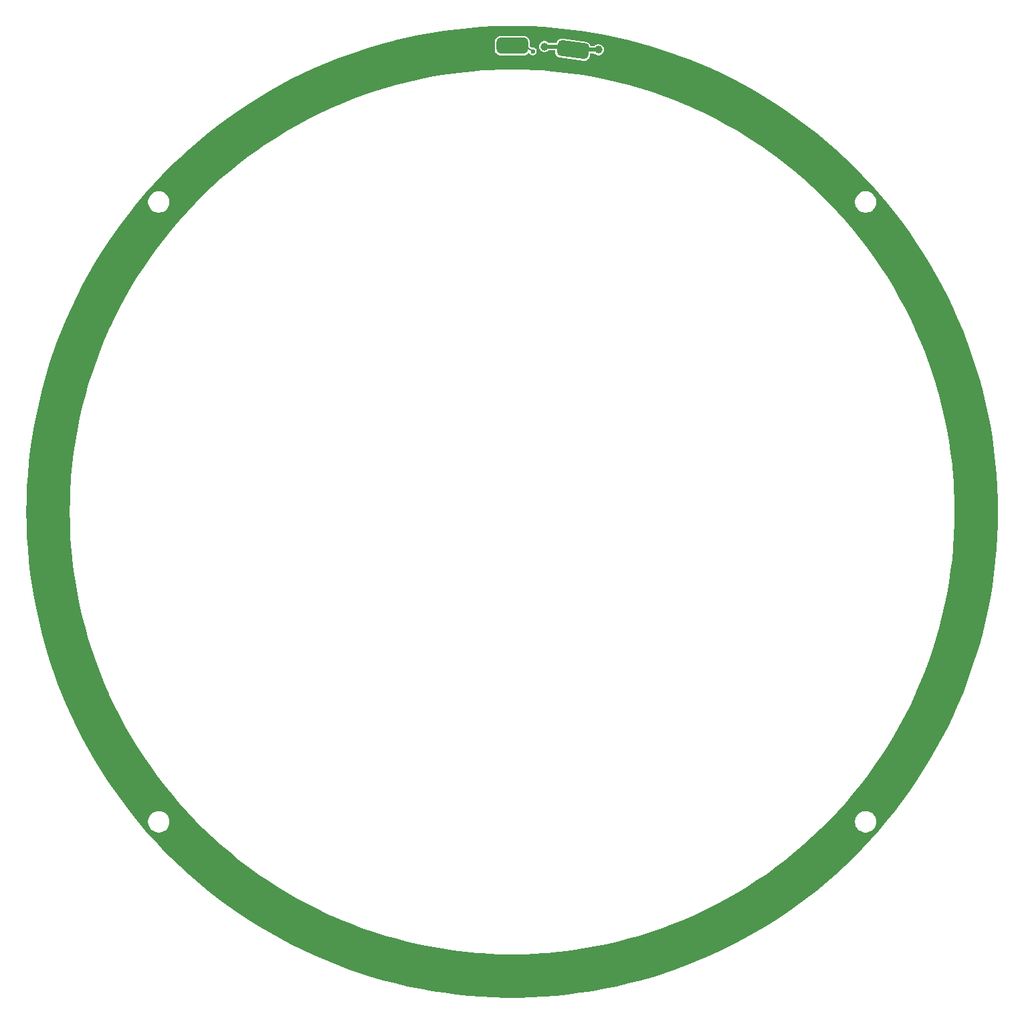
<source format=gbl>
G04 #@! TF.GenerationSoftware,KiCad,Pcbnew,8.0.4*
G04 #@! TF.CreationDate,2024-11-19T03:08:21+11:00*
G04 #@! TF.ProjectId,RCS_WS2812B_Ring,5243535f-5753-4323-9831-32425f52696e,rev?*
G04 #@! TF.SameCoordinates,Original*
G04 #@! TF.FileFunction,Copper,L2,Bot*
G04 #@! TF.FilePolarity,Positive*
%FSLAX46Y46*%
G04 Gerber Fmt 4.6, Leading zero omitted, Abs format (unit mm)*
G04 Created by KiCad (PCBNEW 8.0.4) date 2024-11-19 03:08:21*
%MOMM*%
%LPD*%
G01*
G04 APERTURE LIST*
G04 Aperture macros list*
%AMRoundRect*
0 Rectangle with rounded corners*
0 $1 Rounding radius*
0 $2 $3 $4 $5 $6 $7 $8 $9 X,Y pos of 4 corners*
0 Add a 4 corners polygon primitive as box body*
4,1,4,$2,$3,$4,$5,$6,$7,$8,$9,$2,$3,0*
0 Add four circle primitives for the rounded corners*
1,1,$1+$1,$2,$3*
1,1,$1+$1,$4,$5*
1,1,$1+$1,$6,$7*
1,1,$1+$1,$8,$9*
0 Add four rect primitives between the rounded corners*
20,1,$1+$1,$2,$3,$4,$5,0*
20,1,$1+$1,$4,$5,$6,$7,0*
20,1,$1+$1,$6,$7,$8,$9,0*
20,1,$1+$1,$8,$9,$2,$3,0*%
G04 Aperture macros list end*
G04 #@! TA.AperFunction,SMDPad,CuDef*
%ADD10RoundRect,0.500000X-1.500000X0.500000X-1.500000X-0.500000X1.500000X-0.500000X1.500000X0.500000X0*%
G04 #@! TD*
G04 #@! TA.AperFunction,SMDPad,CuDef*
%ADD11RoundRect,0.500000X-1.421904X0.691512X-1.552430X-0.299933X1.421904X-0.691512X1.552430X0.299933X0*%
G04 #@! TD*
G04 #@! TA.AperFunction,SMDPad,CuDef*
%ADD12RoundRect,0.500000X-1.552430X0.299933X-1.421904X-0.691512X1.552430X-0.299933X1.421904X0.691512X0*%
G04 #@! TD*
G04 #@! TA.AperFunction,ViaPad*
%ADD13C,0.600000*%
G04 #@! TD*
G04 #@! TA.AperFunction,ViaPad*
%ADD14C,1.000000*%
G04 #@! TD*
G04 #@! TA.AperFunction,Conductor*
%ADD15C,0.200000*%
G04 #@! TD*
G04 #@! TA.AperFunction,Conductor*
%ADD16C,0.500000*%
G04 #@! TD*
G04 APERTURE END LIST*
D10*
X0Y59000000D03*
D11*
X7701045Y58495247D03*
D12*
X-7701045Y58495250D03*
D13*
X41700000Y-38750000D03*
X-44100000Y-36350000D03*
X-41900000Y39100000D03*
X44100000Y36400000D03*
D14*
X10900000Y58500000D03*
X4100000Y58900000D03*
D13*
X2600000Y58300000D03*
X-1900000Y57100000D03*
X5410169Y57183040D03*
X12827769Y55987662D03*
X20025882Y53834320D03*
X26881347Y50759858D03*
X33276864Y46816881D03*
X39103005Y42072853D03*
X48659858Y30518653D03*
X52227050Y23906176D03*
X54900622Y16884657D03*
X56634830Y9574238D03*
X57400000Y2100000D03*
X57183040Y-5410169D03*
X55987662Y-12827769D03*
X53834320Y-20025882D03*
X50759858Y-26881347D03*
X46816881Y-33276864D03*
X36608948Y-44260083D03*
X30518653Y-48659858D03*
X23906176Y-52227050D03*
X16884657Y-54900622D03*
X9574238Y-56634830D03*
X2100000Y-57400000D03*
X-5410169Y-57183040D03*
X-12827769Y-55987662D03*
X-20025882Y-53834320D03*
X-26881347Y-50759858D03*
X-33276864Y-46816881D03*
X-39103005Y-42072853D03*
X-48659858Y-30518653D03*
X-52227050Y-23906176D03*
X-54900622Y-16884657D03*
X-56634830Y-9574238D03*
X-57400000Y-2100000D03*
X-57183040Y5410169D03*
X-55987662Y12827769D03*
X-53834320Y20025882D03*
X-50759858Y26881347D03*
X-46816881Y33276864D03*
X-36608948Y44260083D03*
X-30518653Y48659858D03*
X-23906176Y52227050D03*
X-16884657Y54900622D03*
X-9574238Y56634830D03*
X5715656Y60269572D03*
X13533515Y59007914D03*
X21119813Y56736615D03*
X28344744Y53494537D03*
X35084689Y49337152D03*
X41224325Y44335595D03*
X46658602Y38575444D03*
X51294537Y32155256D03*
X55052808Y25184883D03*
X57869111Y17783589D03*
X59695256Y10078013D03*
X60500000Y2200000D03*
X60269572Y-5715656D03*
X59007914Y-13533515D03*
X56736615Y-21119813D03*
X53494537Y-28344744D03*
X49337152Y-35084689D03*
X44335595Y-41224325D03*
X38575444Y-46658602D03*
X32155256Y-51294537D03*
X25184883Y-55052808D03*
X17783589Y-57869111D03*
X10078013Y-59695256D03*
X2200000Y-60500000D03*
X-5715656Y-60269572D03*
X-13533515Y-59007914D03*
X-21119813Y-56736615D03*
X-28344744Y-53494537D03*
X-35084689Y-49337152D03*
X-41224325Y-44335595D03*
X-46658602Y-38575444D03*
X-51294537Y-32155256D03*
X-55052808Y-25184883D03*
X-57869111Y-17783589D03*
X-59695256Y-10078013D03*
X-60500000Y-2200000D03*
X-60269572Y5715656D03*
X-59007914Y13533515D03*
X-56736615Y21119813D03*
X-53494537Y28344744D03*
X-49337152Y35084689D03*
X-44335595Y41224325D03*
X-38575444Y46658602D03*
X-32155256Y51294537D03*
X-25184883Y55052808D03*
X-17783589Y57869111D03*
X-10078013Y59695256D03*
X-1900000Y60500001D03*
D15*
X0Y59000000D02*
X910051Y59000000D01*
X910051Y59000000D02*
G75*
G02*
X2600000Y58300000I-1J-2389950D01*
G01*
D16*
X10888526Y58495247D02*
X10900000Y58500000D01*
X7701045Y58495247D02*
X10888526Y58495247D01*
X6723885Y58900000D02*
X4100000Y58900000D01*
X7701045Y58495247D02*
G75*
G03*
X6723885Y58899993I-977145J-977147D01*
G01*
G04 #@! TA.AperFunction,Conductor*
G36*
X786192Y61494464D02*
G01*
X2354756Y61454392D01*
X2356390Y61454330D01*
X3923502Y61374208D01*
X3925133Y61374103D01*
X5489611Y61253991D01*
X5491239Y61253845D01*
X7052141Y61093817D01*
X7053765Y61093630D01*
X8610114Y60893785D01*
X8611733Y60893556D01*
X10162443Y60654035D01*
X10164055Y60653765D01*
X11708151Y60374716D01*
X11709755Y60374405D01*
X13246212Y60056015D01*
X13247809Y60055663D01*
X14775666Y59698131D01*
X14777252Y59697738D01*
X16295425Y59301318D01*
X16297002Y59300885D01*
X17804632Y58865799D01*
X17806196Y58865325D01*
X19302140Y58391905D01*
X19303692Y58391392D01*
X20787083Y57879912D01*
X20788621Y57879360D01*
X22258498Y57330153D01*
X22260022Y57329561D01*
X23715353Y56743010D01*
X23716861Y56742380D01*
X25156771Y56118838D01*
X25158263Y56118169D01*
X26581742Y55458075D01*
X26583216Y55457369D01*
X27989405Y54761121D01*
X27990861Y54760377D01*
X29378810Y54028443D01*
X29380246Y54027662D01*
X30749068Y53260511D01*
X30750483Y53259693D01*
X32099207Y52457868D01*
X32100601Y52457015D01*
X33428409Y51621009D01*
X33429782Y51620121D01*
X34735902Y50750411D01*
X34737250Y50749488D01*
X36020620Y49846787D01*
X36021945Y49845829D01*
X37281904Y48910600D01*
X37283204Y48909609D01*
X38518843Y47942527D01*
X38520118Y47941503D01*
X39730688Y46943153D01*
X39731935Y46942097D01*
X40916555Y45913208D01*
X40917776Y45912121D01*
X42075811Y44853242D01*
X42077003Y44852123D01*
X43207557Y43764074D01*
X43208720Y43762926D01*
X44311157Y42646319D01*
X44312290Y42645141D01*
X45385814Y41500783D01*
X45386917Y41499577D01*
X46430884Y40328156D01*
X46431956Y40326922D01*
X47445669Y39129217D01*
X47446709Y39127956D01*
X48429502Y37904755D01*
X48430510Y37903467D01*
X49381738Y36655573D01*
X49382712Y36654261D01*
X50301776Y35382461D01*
X50302716Y35381124D01*
X51188985Y34086286D01*
X51189891Y34084925D01*
X52042798Y32767886D01*
X52043669Y32766503D01*
X52862661Y31428111D01*
X52863497Y31426706D01*
X53648065Y30067794D01*
X53648864Y30066368D01*
X54398464Y28687878D01*
X54399226Y28686432D01*
X55113351Y27289295D01*
X55114077Y27287830D01*
X55792327Y25872833D01*
X55793014Y25871350D01*
X56434869Y24439572D01*
X56435519Y24438072D01*
X57040621Y22990317D01*
X57041232Y22988801D01*
X57609158Y21526077D01*
X57609730Y21524546D01*
X58140111Y20047808D01*
X58140644Y20046263D01*
X58633148Y18556428D01*
X58633641Y18554869D01*
X59087928Y17052976D01*
X59088381Y17051406D01*
X59504165Y15538390D01*
X59504578Y15536808D01*
X59881579Y14013695D01*
X59881952Y14012104D01*
X60219950Y12479777D01*
X60220281Y12478176D01*
X60519017Y10937810D01*
X60519308Y10936201D01*
X60778613Y9388681D01*
X60778863Y9387066D01*
X60998567Y7833390D01*
X60998775Y7831769D01*
X61178728Y6272994D01*
X61178894Y6271368D01*
X61318972Y4708588D01*
X61319098Y4706958D01*
X61419226Y3140997D01*
X61419309Y3139364D01*
X61479409Y1571439D01*
X61479451Y1569805D01*
X61499489Y817D01*
X61499489Y-817D01*
X61479451Y-1569805D01*
X61479409Y-1571439D01*
X61419309Y-3139364D01*
X61419226Y-3140997D01*
X61319098Y-4706958D01*
X61318972Y-4708588D01*
X61178894Y-6271368D01*
X61178728Y-6272994D01*
X60998775Y-7831769D01*
X60998567Y-7833390D01*
X60778863Y-9387066D01*
X60778613Y-9388681D01*
X60519308Y-10936201D01*
X60519017Y-10937810D01*
X60220281Y-12478176D01*
X60219950Y-12479777D01*
X59881952Y-14012104D01*
X59881579Y-14013695D01*
X59504578Y-15536808D01*
X59504165Y-15538390D01*
X59088381Y-17051406D01*
X59087928Y-17052976D01*
X58633641Y-18554869D01*
X58633148Y-18556428D01*
X58140644Y-20046263D01*
X58140111Y-20047808D01*
X57609730Y-21524546D01*
X57609158Y-21526077D01*
X57041232Y-22988801D01*
X57040621Y-22990317D01*
X56435519Y-24438072D01*
X56434869Y-24439572D01*
X55793014Y-25871350D01*
X55792327Y-25872833D01*
X55114077Y-27287830D01*
X55113351Y-27289295D01*
X54399226Y-28686432D01*
X54398464Y-28687878D01*
X53648864Y-30066368D01*
X53648065Y-30067794D01*
X52863497Y-31426706D01*
X52862661Y-31428111D01*
X52043669Y-32766503D01*
X52042798Y-32767886D01*
X51189891Y-34084925D01*
X51188985Y-34086286D01*
X50302716Y-35381124D01*
X50301776Y-35382461D01*
X49382712Y-36654261D01*
X49381738Y-36655573D01*
X48430510Y-37903467D01*
X48429502Y-37904755D01*
X47446709Y-39127956D01*
X47445669Y-39129217D01*
X46431956Y-40326922D01*
X46430884Y-40328156D01*
X45386917Y-41499577D01*
X45385814Y-41500783D01*
X44312290Y-42645141D01*
X44311157Y-42646319D01*
X43208720Y-43762926D01*
X43207557Y-43764074D01*
X42077003Y-44852123D01*
X42075811Y-44853242D01*
X40917776Y-45912121D01*
X40916555Y-45913208D01*
X39731935Y-46942097D01*
X39730688Y-46943153D01*
X38520118Y-47941503D01*
X38518843Y-47942527D01*
X37283204Y-48909609D01*
X37281904Y-48910600D01*
X36021945Y-49845829D01*
X36020620Y-49846787D01*
X34737250Y-50749488D01*
X34735902Y-50750411D01*
X33429782Y-51620121D01*
X33428409Y-51621009D01*
X32100601Y-52457015D01*
X32099207Y-52457868D01*
X30750483Y-53259693D01*
X30749068Y-53260511D01*
X29380246Y-54027662D01*
X29378810Y-54028443D01*
X27990861Y-54760377D01*
X27989405Y-54761121D01*
X26583216Y-55457369D01*
X26581742Y-55458075D01*
X25158263Y-56118169D01*
X25156771Y-56118838D01*
X23716861Y-56742380D01*
X23715353Y-56743010D01*
X22260022Y-57329561D01*
X22258498Y-57330153D01*
X20788621Y-57879360D01*
X20787083Y-57879912D01*
X19303692Y-58391392D01*
X19302140Y-58391905D01*
X17806196Y-58865325D01*
X17804632Y-58865799D01*
X16297002Y-59300885D01*
X16295425Y-59301318D01*
X14777252Y-59697738D01*
X14775666Y-59698131D01*
X13247809Y-60055663D01*
X13246212Y-60056015D01*
X11709755Y-60374405D01*
X11708151Y-60374716D01*
X10164055Y-60653765D01*
X10162443Y-60654035D01*
X8611733Y-60893556D01*
X8610114Y-60893785D01*
X7053765Y-61093630D01*
X7052141Y-61093817D01*
X5491239Y-61253845D01*
X5489611Y-61253991D01*
X3925133Y-61374103D01*
X3923502Y-61374208D01*
X2356390Y-61454330D01*
X2354756Y-61454392D01*
X786192Y-61494464D01*
X784558Y-61494485D01*
X-784558Y-61494485D01*
X-786192Y-61494464D01*
X-2354756Y-61454392D01*
X-2356390Y-61454330D01*
X-3923502Y-61374208D01*
X-3925133Y-61374103D01*
X-5489611Y-61253991D01*
X-5491239Y-61253845D01*
X-7052141Y-61093817D01*
X-7053765Y-61093630D01*
X-8610114Y-60893785D01*
X-8611733Y-60893556D01*
X-10162443Y-60654035D01*
X-10164055Y-60653765D01*
X-11708151Y-60374716D01*
X-11709755Y-60374405D01*
X-13246212Y-60056015D01*
X-13247809Y-60055663D01*
X-14775666Y-59698131D01*
X-14777252Y-59697738D01*
X-16295425Y-59301318D01*
X-16297002Y-59300885D01*
X-17804632Y-58865799D01*
X-17806196Y-58865325D01*
X-19302140Y-58391905D01*
X-19303692Y-58391392D01*
X-20787083Y-57879912D01*
X-20788621Y-57879360D01*
X-22258498Y-57330153D01*
X-22260022Y-57329561D01*
X-23715353Y-56743010D01*
X-23716861Y-56742380D01*
X-25156771Y-56118838D01*
X-25158263Y-56118169D01*
X-26581742Y-55458075D01*
X-26583216Y-55457369D01*
X-27989405Y-54761121D01*
X-27990861Y-54760377D01*
X-29378810Y-54028443D01*
X-29380246Y-54027662D01*
X-30749068Y-53260511D01*
X-30750483Y-53259693D01*
X-32099207Y-52457868D01*
X-32100601Y-52457015D01*
X-33428409Y-51621009D01*
X-33429782Y-51620121D01*
X-34735902Y-50750411D01*
X-34737250Y-50749488D01*
X-36020620Y-49846787D01*
X-36021945Y-49845829D01*
X-37281904Y-48910600D01*
X-37283204Y-48909609D01*
X-38518843Y-47942527D01*
X-38520118Y-47941503D01*
X-39730688Y-46943153D01*
X-39731935Y-46942097D01*
X-40916555Y-45913208D01*
X-40917776Y-45912121D01*
X-42075811Y-44853242D01*
X-42077003Y-44852123D01*
X-43207557Y-43764074D01*
X-43208720Y-43762926D01*
X-44311157Y-42646319D01*
X-44312290Y-42645141D01*
X-45385814Y-41500783D01*
X-45386917Y-41499577D01*
X-46430884Y-40328156D01*
X-46431956Y-40326922D01*
X-47445669Y-39129217D01*
X-47446709Y-39127956D01*
X-47449254Y-39124789D01*
X-46084969Y-39124789D01*
X-46084969Y-39337363D01*
X-46051715Y-39547319D01*
X-45986026Y-39749488D01*
X-45889520Y-39938892D01*
X-45764573Y-40110868D01*
X-45614261Y-40261180D01*
X-45442285Y-40386127D01*
X-45442280Y-40386129D01*
X-45442278Y-40386131D01*
X-45252887Y-40482630D01*
X-45252881Y-40482633D01*
X-45050712Y-40548322D01*
X-44840756Y-40581576D01*
X-44840753Y-40581576D01*
X-44628185Y-40581576D01*
X-44628182Y-40581576D01*
X-44418226Y-40548322D01*
X-44216057Y-40482633D01*
X-44216053Y-40482631D01*
X-44216050Y-40482630D01*
X-44026659Y-40386131D01*
X-44026652Y-40386126D01*
X-43946862Y-40328156D01*
X-43854677Y-40261180D01*
X-43704365Y-40110868D01*
X-43579418Y-39938892D01*
X-43579413Y-39938885D01*
X-43482914Y-39749494D01*
X-43482911Y-39749485D01*
X-43417222Y-39547318D01*
X-43383969Y-39337360D01*
X-43383969Y-39124791D01*
X-43417222Y-38914833D01*
X-43482911Y-38712666D01*
X-43482914Y-38712657D01*
X-43579413Y-38523266D01*
X-43579418Y-38523259D01*
X-43704365Y-38351283D01*
X-43854676Y-38200972D01*
X-44026652Y-38076025D01*
X-44026659Y-38076020D01*
X-44216050Y-37979521D01*
X-44216059Y-37979518D01*
X-44418226Y-37913829D01*
X-44560555Y-37891286D01*
X-44628182Y-37880576D01*
X-44840756Y-37880576D01*
X-44916516Y-37892575D01*
X-45050711Y-37913829D01*
X-45252878Y-37979518D01*
X-45252887Y-37979521D01*
X-45442278Y-38076020D01*
X-45442285Y-38076025D01*
X-45614261Y-38200972D01*
X-45764572Y-38351283D01*
X-45889519Y-38523259D01*
X-45889524Y-38523266D01*
X-45986023Y-38712657D01*
X-45986024Y-38712660D01*
X-45986026Y-38712664D01*
X-46051715Y-38914833D01*
X-46084969Y-39124789D01*
X-47449254Y-39124789D01*
X-48429502Y-37904755D01*
X-48430510Y-37903467D01*
X-49381738Y-36655573D01*
X-49382712Y-36654261D01*
X-50301776Y-35382461D01*
X-50302716Y-35381124D01*
X-51188985Y-34086286D01*
X-51189891Y-34084925D01*
X-52042798Y-32767886D01*
X-52043669Y-32766503D01*
X-52862661Y-31428111D01*
X-52863497Y-31426706D01*
X-53648065Y-30067794D01*
X-53648864Y-30066368D01*
X-54398464Y-28687878D01*
X-54399226Y-28686432D01*
X-55113351Y-27289295D01*
X-55114077Y-27287830D01*
X-55792327Y-25872833D01*
X-55793014Y-25871350D01*
X-56434869Y-24439572D01*
X-56435519Y-24438072D01*
X-57040621Y-22990317D01*
X-57041232Y-22988801D01*
X-57609158Y-21526077D01*
X-57609730Y-21524546D01*
X-58140111Y-20047808D01*
X-58140644Y-20046263D01*
X-58633148Y-18556428D01*
X-58633641Y-18554869D01*
X-59087928Y-17052976D01*
X-59088381Y-17051406D01*
X-59504165Y-15538390D01*
X-59504578Y-15536808D01*
X-59881579Y-14013695D01*
X-59881952Y-14012104D01*
X-60219950Y-12479777D01*
X-60220281Y-12478176D01*
X-60519017Y-10937810D01*
X-60519308Y-10936201D01*
X-60778613Y-9388681D01*
X-60778863Y-9387066D01*
X-60998567Y-7833390D01*
X-60998775Y-7831769D01*
X-61178728Y-6272994D01*
X-61178894Y-6271368D01*
X-61318972Y-4708588D01*
X-61319098Y-4706958D01*
X-61419226Y-3140997D01*
X-61419309Y-3139364D01*
X-61479409Y-1571439D01*
X-61479451Y-1569805D01*
X-61499489Y-817D01*
X-61499489Y0D01*
X-56005462Y0D01*
X-55985614Y-1490895D01*
X-55926085Y-2980732D01*
X-55926084Y-2980743D01*
X-55826917Y-4468461D01*
X-55804555Y-4707741D01*
X-55688180Y-5953016D01*
X-55509972Y-7433354D01*
X-55292420Y-8908425D01*
X-55035678Y-10377181D01*
X-54739928Y-11838581D01*
X-54405380Y-13291591D01*
X-54032270Y-14735181D01*
X-53620864Y-16168326D01*
X-53171452Y-17590011D01*
X-52684353Y-18999229D01*
X-52159913Y-20394981D01*
X-51598503Y-21776278D01*
X-51267454Y-22532431D01*
X-51067654Y-22988801D01*
X-51000521Y-23142139D01*
X-50366391Y-24491599D01*
X-49696563Y-25823699D01*
X-48991511Y-27137495D01*
X-48251734Y-28432058D01*
X-47477758Y-29706468D01*
X-46670131Y-30959823D01*
X-45829425Y-32191234D01*
X-44956236Y-33399829D01*
X-44051183Y-34584751D01*
X-43114908Y-35745160D01*
X-42148074Y-36880234D01*
X-41151366Y-37989168D01*
X-40125491Y-39071176D01*
X-39071176Y-40125491D01*
X-37989168Y-41151366D01*
X-36880234Y-42148074D01*
X-35745160Y-43114908D01*
X-34584751Y-44051183D01*
X-33399829Y-44956236D01*
X-32408449Y-45672490D01*
X-32191230Y-45829428D01*
X-32068514Y-45913208D01*
X-30959823Y-46670131D01*
X-29706468Y-47477758D01*
X-28432058Y-48251734D01*
X-27137495Y-48991511D01*
X-25823699Y-49696563D01*
X-24491599Y-50366391D01*
X-23676350Y-50749488D01*
X-23142131Y-51000525D01*
X-22532431Y-51267454D01*
X-21776278Y-51598503D01*
X-20394981Y-52159913D01*
X-20394970Y-52159916D01*
X-20394963Y-52159920D01*
X-19948338Y-52327734D01*
X-18999229Y-52684353D01*
X-17590011Y-53171452D01*
X-16168326Y-53620864D01*
X-14735181Y-54032270D01*
X-13291591Y-54405380D01*
X-11838581Y-54739928D01*
X-10377181Y-55035678D01*
X-8908425Y-55292420D01*
X-7433354Y-55509972D01*
X-5953016Y-55688180D01*
X-5104697Y-55767458D01*
X-4468461Y-55826917D01*
X-3831056Y-55869404D01*
X-2980732Y-55926085D01*
X-1490895Y-55985614D01*
X0Y-56005462D01*
X1490895Y-55985614D01*
X2980732Y-55926085D01*
X3831056Y-55869404D01*
X4468461Y-55826917D01*
X5104697Y-55767458D01*
X5953016Y-55688180D01*
X7433354Y-55509972D01*
X8908425Y-55292420D01*
X10377181Y-55035678D01*
X11838581Y-54739928D01*
X13291591Y-54405380D01*
X14735181Y-54032270D01*
X16168326Y-53620864D01*
X17590011Y-53171452D01*
X18999229Y-52684353D01*
X19948338Y-52327734D01*
X20394963Y-52159920D01*
X20394970Y-52159916D01*
X20394981Y-52159913D01*
X21776278Y-51598503D01*
X22532431Y-51267454D01*
X23142131Y-51000525D01*
X23676350Y-50749488D01*
X24491599Y-50366391D01*
X25823699Y-49696563D01*
X27137495Y-48991511D01*
X28432058Y-48251734D01*
X29706468Y-47477758D01*
X30959823Y-46670131D01*
X32068514Y-45913208D01*
X32191230Y-45829428D01*
X32408449Y-45672490D01*
X33399829Y-44956236D01*
X34584751Y-44051183D01*
X35745160Y-43114908D01*
X36880234Y-42148074D01*
X37989168Y-41151366D01*
X39071176Y-40125491D01*
X40071876Y-39124791D01*
X43383969Y-39124791D01*
X43383969Y-39337360D01*
X43417222Y-39547318D01*
X43482911Y-39749485D01*
X43482914Y-39749494D01*
X43579413Y-39938885D01*
X43579418Y-39938892D01*
X43704365Y-40110868D01*
X43854677Y-40261180D01*
X43946863Y-40328156D01*
X44026652Y-40386126D01*
X44026659Y-40386131D01*
X44216050Y-40482630D01*
X44216053Y-40482631D01*
X44216057Y-40482633D01*
X44418226Y-40548322D01*
X44628182Y-40581576D01*
X44628185Y-40581576D01*
X44840753Y-40581576D01*
X44840756Y-40581576D01*
X45050712Y-40548322D01*
X45252881Y-40482633D01*
X45252887Y-40482630D01*
X45442278Y-40386131D01*
X45442280Y-40386129D01*
X45442285Y-40386127D01*
X45614261Y-40261180D01*
X45764573Y-40110868D01*
X45889520Y-39938892D01*
X45986026Y-39749488D01*
X46051715Y-39547319D01*
X46084969Y-39337363D01*
X46084969Y-39124789D01*
X46051715Y-38914833D01*
X45986026Y-38712664D01*
X45986024Y-38712660D01*
X45986023Y-38712657D01*
X45889524Y-38523266D01*
X45889519Y-38523259D01*
X45764572Y-38351283D01*
X45614261Y-38200972D01*
X45442285Y-38076025D01*
X45442278Y-38076020D01*
X45252887Y-37979521D01*
X45252878Y-37979518D01*
X45050711Y-37913829D01*
X44916516Y-37892575D01*
X44840756Y-37880576D01*
X44628182Y-37880576D01*
X44560555Y-37891286D01*
X44418226Y-37913829D01*
X44216059Y-37979518D01*
X44216050Y-37979521D01*
X44026659Y-38076020D01*
X44026652Y-38076025D01*
X43854676Y-38200972D01*
X43704365Y-38351283D01*
X43579418Y-38523259D01*
X43579413Y-38523266D01*
X43482914Y-38712657D01*
X43482911Y-38712666D01*
X43417222Y-38914833D01*
X43383969Y-39124791D01*
X40071876Y-39124791D01*
X40125491Y-39071176D01*
X41151366Y-37989168D01*
X42148074Y-36880234D01*
X43114908Y-35745160D01*
X44051183Y-34584751D01*
X44956236Y-33399829D01*
X45829425Y-32191234D01*
X46670131Y-30959823D01*
X47477758Y-29706468D01*
X48251734Y-28432058D01*
X48991511Y-27137495D01*
X49696563Y-25823699D01*
X50366391Y-24491599D01*
X51000521Y-23142139D01*
X51067654Y-22988801D01*
X51267454Y-22532431D01*
X51598503Y-21776278D01*
X52159913Y-20394981D01*
X52684353Y-18999229D01*
X53171452Y-17590011D01*
X53620864Y-16168326D01*
X54032270Y-14735181D01*
X54405380Y-13291591D01*
X54739928Y-11838581D01*
X55035678Y-10377181D01*
X55292420Y-8908425D01*
X55509972Y-7433354D01*
X55688180Y-5953016D01*
X55804555Y-4707741D01*
X55826917Y-4468461D01*
X55926084Y-2980743D01*
X55926085Y-2980732D01*
X55985614Y-1490895D01*
X56005462Y0D01*
X55985614Y1490895D01*
X55926085Y2980732D01*
X55869404Y3831056D01*
X55826917Y4468461D01*
X55688180Y5953012D01*
X55688180Y5953016D01*
X55509972Y7433354D01*
X55292420Y8908425D01*
X55035678Y10377181D01*
X54739928Y11838581D01*
X54405380Y13291591D01*
X54032270Y14735181D01*
X53620864Y16168326D01*
X53171452Y17590011D01*
X52684353Y18999229D01*
X52159913Y20394981D01*
X51598503Y21776278D01*
X51102739Y22908662D01*
X51000525Y23142131D01*
X50802504Y23563527D01*
X50366391Y24491599D01*
X49696563Y25823699D01*
X48991511Y27137495D01*
X48251734Y28432058D01*
X47477758Y29706468D01*
X46670131Y30959823D01*
X45829425Y32191234D01*
X44956236Y33399829D01*
X44051183Y34584751D01*
X43114908Y35745160D01*
X42148074Y36880234D01*
X41151366Y37989168D01*
X40125491Y39071176D01*
X39859307Y39337360D01*
X43383969Y39337360D01*
X43383969Y39124791D01*
X43417222Y38914833D01*
X43482911Y38712666D01*
X43482914Y38712657D01*
X43579413Y38523266D01*
X43579418Y38523259D01*
X43704365Y38351283D01*
X43854676Y38200972D01*
X44026652Y38076025D01*
X44026659Y38076020D01*
X44216050Y37979521D01*
X44216059Y37979518D01*
X44418226Y37913829D01*
X44560555Y37891286D01*
X44628182Y37880576D01*
X44628185Y37880576D01*
X44840753Y37880576D01*
X44840756Y37880576D01*
X44916516Y37892575D01*
X45050711Y37913829D01*
X45252878Y37979518D01*
X45252887Y37979521D01*
X45442278Y38076020D01*
X45442285Y38076025D01*
X45614261Y38200972D01*
X45764572Y38351283D01*
X45889519Y38523259D01*
X45889524Y38523266D01*
X45986023Y38712657D01*
X45986024Y38712660D01*
X45986026Y38712664D01*
X46051715Y38914833D01*
X46084969Y39124789D01*
X46084969Y39337363D01*
X46051715Y39547319D01*
X45986026Y39749488D01*
X45889520Y39938892D01*
X45764573Y40110868D01*
X45614261Y40261180D01*
X45442285Y40386127D01*
X45442280Y40386129D01*
X45442278Y40386131D01*
X45252887Y40482630D01*
X45252886Y40482630D01*
X45252881Y40482633D01*
X45050712Y40548322D01*
X44840756Y40581576D01*
X44628182Y40581576D01*
X44418226Y40548322D01*
X44216057Y40482633D01*
X44216053Y40482631D01*
X44216050Y40482630D01*
X44026659Y40386131D01*
X44026654Y40386127D01*
X44026653Y40386127D01*
X43946863Y40328156D01*
X43854676Y40261179D01*
X43704365Y40110868D01*
X43579418Y39938892D01*
X43579413Y39938885D01*
X43482914Y39749494D01*
X43482911Y39749485D01*
X43417222Y39547318D01*
X43383969Y39337360D01*
X39859307Y39337360D01*
X39071176Y40125491D01*
X37989168Y41151366D01*
X36880234Y42148074D01*
X35745160Y43114908D01*
X34584751Y44051183D01*
X33399829Y44956236D01*
X32191234Y45829425D01*
X32070106Y45912121D01*
X31384874Y46379941D01*
X30959823Y46670131D01*
X29706468Y47477758D01*
X28432058Y48251734D01*
X27137495Y48991511D01*
X25823699Y49696563D01*
X24491599Y50366391D01*
X23391655Y50883270D01*
X23142131Y51000525D01*
X22452973Y51302242D01*
X21776278Y51598503D01*
X20394981Y52159913D01*
X20394970Y52159916D01*
X20394963Y52159920D01*
X19948338Y52327734D01*
X18999229Y52684353D01*
X17590011Y53171452D01*
X16168326Y53620864D01*
X14735181Y54032270D01*
X13291591Y54405380D01*
X11838581Y54739928D01*
X10377181Y55035678D01*
X8908425Y55292420D01*
X7433354Y55509972D01*
X5953016Y55688180D01*
X5104697Y55767458D01*
X4468461Y55826917D01*
X3831056Y55869404D01*
X2980732Y55926085D01*
X1490895Y55985614D01*
X0Y56005462D01*
X-1490895Y55985614D01*
X-2980732Y55926085D01*
X-3831056Y55869404D01*
X-4468461Y55826917D01*
X-5104697Y55767458D01*
X-5953016Y55688180D01*
X-7433354Y55509972D01*
X-8908425Y55292420D01*
X-10377181Y55035678D01*
X-11838581Y54739928D01*
X-13291591Y54405380D01*
X-14735181Y54032270D01*
X-16168326Y53620864D01*
X-17590011Y53171452D01*
X-18999229Y52684353D01*
X-19948338Y52327734D01*
X-20394963Y52159920D01*
X-20394970Y52159916D01*
X-20394981Y52159913D01*
X-21776278Y51598503D01*
X-22452973Y51302242D01*
X-23142131Y51000525D01*
X-23391655Y50883270D01*
X-24491599Y50366391D01*
X-25823699Y49696563D01*
X-27137495Y48991511D01*
X-28432058Y48251734D01*
X-29706468Y47477758D01*
X-30959823Y46670131D01*
X-31384874Y46379941D01*
X-32070106Y45912121D01*
X-32191234Y45829425D01*
X-33399829Y44956236D01*
X-34584751Y44051183D01*
X-35745160Y43114908D01*
X-36880234Y42148074D01*
X-37989168Y41151366D01*
X-39071176Y40125491D01*
X-40125491Y39071176D01*
X-41151366Y37989168D01*
X-42148074Y36880234D01*
X-43114908Y35745160D01*
X-44051183Y34584751D01*
X-44956236Y33399829D01*
X-45829425Y32191234D01*
X-46670131Y30959823D01*
X-47477758Y29706468D01*
X-48251734Y28432058D01*
X-48991511Y27137495D01*
X-49696563Y25823699D01*
X-50366391Y24491599D01*
X-50802504Y23563527D01*
X-51000525Y23142131D01*
X-51102739Y22908662D01*
X-51598503Y21776278D01*
X-52159913Y20394981D01*
X-52684353Y18999229D01*
X-53171452Y17590011D01*
X-53620864Y16168326D01*
X-54032270Y14735181D01*
X-54405380Y13291591D01*
X-54739928Y11838581D01*
X-55035678Y10377181D01*
X-55292420Y8908425D01*
X-55509972Y7433354D01*
X-55688180Y5953016D01*
X-55688180Y5953012D01*
X-55826917Y4468461D01*
X-55869404Y3831056D01*
X-55926085Y2980732D01*
X-55985614Y1490895D01*
X-56005462Y0D01*
X-61499489Y0D01*
X-61499489Y817D01*
X-61479451Y1569805D01*
X-61479409Y1571439D01*
X-61419309Y3139364D01*
X-61419226Y3140997D01*
X-61319098Y4706958D01*
X-61318972Y4708588D01*
X-61178894Y6271368D01*
X-61178728Y6272994D01*
X-60998775Y7831769D01*
X-60998567Y7833390D01*
X-60778863Y9387066D01*
X-60778613Y9388681D01*
X-60519308Y10936201D01*
X-60519017Y10937810D01*
X-60220281Y12478176D01*
X-60219950Y12479777D01*
X-59881952Y14012104D01*
X-59881579Y14013695D01*
X-59504578Y15536808D01*
X-59504165Y15538390D01*
X-59088381Y17051406D01*
X-59087928Y17052976D01*
X-58633641Y18554869D01*
X-58633148Y18556428D01*
X-58140644Y20046263D01*
X-58140111Y20047808D01*
X-57609730Y21524546D01*
X-57609158Y21526077D01*
X-57041232Y22988801D01*
X-57040621Y22990317D01*
X-56435519Y24438072D01*
X-56434869Y24439572D01*
X-55793014Y25871350D01*
X-55792327Y25872833D01*
X-55114077Y27287830D01*
X-55113351Y27289295D01*
X-54399226Y28686432D01*
X-54398464Y28687878D01*
X-53648864Y30066368D01*
X-53648065Y30067794D01*
X-52863497Y31426706D01*
X-52862661Y31428111D01*
X-52043669Y32766503D01*
X-52042798Y32767886D01*
X-51189891Y34084925D01*
X-51188985Y34086286D01*
X-50302716Y35381124D01*
X-50301776Y35382461D01*
X-49382712Y36654261D01*
X-49381738Y36655573D01*
X-48430510Y37903467D01*
X-48429502Y37904755D01*
X-47446709Y39127956D01*
X-47445669Y39129217D01*
X-47269498Y39337363D01*
X-46084969Y39337363D01*
X-46084969Y39124789D01*
X-46051715Y38914833D01*
X-45986026Y38712664D01*
X-45986024Y38712660D01*
X-45986023Y38712657D01*
X-45889524Y38523266D01*
X-45889519Y38523259D01*
X-45764572Y38351283D01*
X-45614261Y38200972D01*
X-45442285Y38076025D01*
X-45442278Y38076020D01*
X-45252887Y37979521D01*
X-45252878Y37979518D01*
X-45050711Y37913829D01*
X-44916516Y37892575D01*
X-44840756Y37880576D01*
X-44840753Y37880576D01*
X-44628185Y37880576D01*
X-44628182Y37880576D01*
X-44560555Y37891286D01*
X-44418226Y37913829D01*
X-44216059Y37979518D01*
X-44216050Y37979521D01*
X-44026659Y38076020D01*
X-44026652Y38076025D01*
X-43854676Y38200972D01*
X-43704365Y38351283D01*
X-43579418Y38523259D01*
X-43579413Y38523266D01*
X-43482914Y38712657D01*
X-43482911Y38712666D01*
X-43417222Y38914833D01*
X-43383969Y39124791D01*
X-43383969Y39337360D01*
X-43417222Y39547318D01*
X-43482911Y39749485D01*
X-43482914Y39749494D01*
X-43579413Y39938885D01*
X-43579418Y39938892D01*
X-43704365Y40110868D01*
X-43854676Y40261179D01*
X-43946862Y40328156D01*
X-44026653Y40386127D01*
X-44026654Y40386127D01*
X-44026659Y40386131D01*
X-44216050Y40482630D01*
X-44216053Y40482631D01*
X-44216057Y40482633D01*
X-44418226Y40548322D01*
X-44628182Y40581576D01*
X-44840756Y40581576D01*
X-45050712Y40548322D01*
X-45252881Y40482633D01*
X-45252886Y40482630D01*
X-45252887Y40482630D01*
X-45442278Y40386131D01*
X-45442280Y40386129D01*
X-45442285Y40386127D01*
X-45614261Y40261180D01*
X-45764573Y40110868D01*
X-45889520Y39938892D01*
X-45986026Y39749488D01*
X-46051715Y39547319D01*
X-46084969Y39337363D01*
X-47269498Y39337363D01*
X-46431956Y40326922D01*
X-46430884Y40328156D01*
X-45386917Y41499577D01*
X-45385814Y41500783D01*
X-44312290Y42645141D01*
X-44311157Y42646319D01*
X-43208720Y43762926D01*
X-43207557Y43764074D01*
X-42077003Y44852123D01*
X-42075811Y44853242D01*
X-40917776Y45912121D01*
X-40916555Y45913208D01*
X-39731935Y46942097D01*
X-39730688Y46943153D01*
X-38520118Y47941503D01*
X-38518843Y47942527D01*
X-37283204Y48909609D01*
X-37281904Y48910600D01*
X-36021945Y49845829D01*
X-36020620Y49846787D01*
X-34737250Y50749488D01*
X-34735902Y50750411D01*
X-33429782Y51620121D01*
X-33428409Y51621009D01*
X-32100601Y52457015D01*
X-32099207Y52457868D01*
X-30750483Y53259693D01*
X-30749068Y53260511D01*
X-29380246Y54027662D01*
X-29378810Y54028443D01*
X-27990861Y54760377D01*
X-27989405Y54761121D01*
X-26583216Y55457369D01*
X-26581742Y55458075D01*
X-25158263Y56118169D01*
X-25156771Y56118838D01*
X-23716861Y56742380D01*
X-23715353Y56743010D01*
X-22260022Y57329561D01*
X-22258498Y57330153D01*
X-20788621Y57879360D01*
X-20787083Y57879912D01*
X-19303692Y58391392D01*
X-19302140Y58391905D01*
X-17806196Y58865325D01*
X-17804632Y58865799D01*
X-16297002Y59300885D01*
X-16295425Y59301318D01*
X-15317720Y59556613D01*
X-2200500Y59556613D01*
X-2200500Y58443386D01*
X-2200499Y58443365D01*
X-2194087Y58372809D01*
X-2194084Y58372797D01*
X-2143479Y58210395D01*
X-2085906Y58115158D01*
X-2055472Y58064815D01*
X-1935185Y57944528D01*
X-1935182Y57944526D01*
X-1789604Y57856520D01*
X-1627202Y57805915D01*
X-1627190Y57805912D01*
X-1556634Y57799500D01*
X-1556616Y57799500D01*
X1556634Y57799500D01*
X1627190Y57805912D01*
X1627202Y57805915D01*
X1789604Y57856520D01*
X1935182Y57944526D01*
X1935185Y57944528D01*
X2055472Y58064815D01*
X2055473Y58064817D01*
X2058209Y58067553D01*
X2059261Y58066500D01*
X2097501Y58088070D01*
X2144686Y58074918D01*
X2163433Y58051126D01*
X2174621Y58026629D01*
X2174624Y58026623D01*
X2268870Y57917858D01*
X2268876Y57917853D01*
X2389945Y57840047D01*
X2458993Y57819773D01*
X2528039Y57799500D01*
X2528041Y57799500D01*
X2671959Y57799500D01*
X2671961Y57799500D01*
X2764022Y57826531D01*
X2810054Y57840047D01*
X2931123Y57917853D01*
X2931129Y57917858D01*
X3025375Y58026623D01*
X3025377Y58026627D01*
X3085164Y58157540D01*
X3085164Y58157541D01*
X3085165Y58157543D01*
X3105647Y58300000D01*
X3085165Y58442457D01*
X3025377Y58573373D01*
X3025375Y58573374D01*
X3025375Y58573376D01*
X2982973Y58622309D01*
X2931128Y58682143D01*
X2810053Y58759953D01*
X2671961Y58800500D01*
X2528039Y58800500D01*
X2523534Y58799177D01*
X2474831Y58804412D01*
X2470947Y58806837D01*
X2470910Y58806778D01*
X2322543Y58900003D01*
X3394355Y58900003D01*
X3394355Y58899996D01*
X3414859Y58731129D01*
X3475182Y58572068D01*
X3571814Y58432073D01*
X3571816Y58432071D01*
X3699148Y58319266D01*
X3699147Y58319266D01*
X3849777Y58240208D01*
X4014937Y58199500D01*
X4014944Y58199500D01*
X4185062Y58199500D01*
X4350222Y58240208D01*
X4464144Y58300000D01*
X4500852Y58319266D01*
X4628183Y58432071D01*
X4628184Y58432073D01*
X4629688Y58433405D01*
X4672128Y58449500D01*
X5402557Y58449500D01*
X5447812Y58430755D01*
X5466557Y58385500D01*
X5466009Y58377146D01*
X5446719Y58230632D01*
X5446717Y58230605D01*
X5443864Y58159802D01*
X5443864Y58159797D01*
X5458537Y58074918D01*
X5472840Y57992176D01*
X5472841Y57992174D01*
X5541090Y57836357D01*
X5644649Y57701395D01*
X5777496Y57595140D01*
X5931907Y57523768D01*
X6001041Y57508198D01*
X6001053Y57508196D01*
X9087630Y57101839D01*
X9087657Y57101837D01*
X9158458Y57098985D01*
X9158459Y57098985D01*
X9158461Y57098985D01*
X9326087Y57127961D01*
X9326088Y57127961D01*
X9326090Y57127962D01*
X9481903Y57196209D01*
X9481907Y57196212D01*
X9616866Y57299770D01*
X9641168Y57330153D01*
X9723122Y57432617D01*
X9794494Y57587027D01*
X9794494Y57587028D01*
X9796322Y57595142D01*
X9810066Y57656170D01*
X9853897Y57989101D01*
X9878388Y58031522D01*
X9917349Y58044747D01*
X10333237Y58044747D01*
X10375675Y58028652D01*
X10470633Y57944528D01*
X10499148Y57919266D01*
X10649777Y57840208D01*
X10814937Y57799500D01*
X10814944Y57799500D01*
X10985062Y57799500D01*
X11150222Y57840208D01*
X11224818Y57879360D01*
X11300852Y57919266D01*
X11428183Y58032071D01*
X11428185Y58032073D01*
X11524817Y58172068D01*
X11524818Y58172070D01*
X11585140Y58331128D01*
X11591742Y58385500D01*
X11605645Y58499996D01*
X11605645Y58500003D01*
X11585140Y58668870D01*
X11585140Y58668872D01*
X11524818Y58827930D01*
X11428183Y58967929D01*
X11300852Y59080734D01*
X11150225Y59159790D01*
X11150222Y59159790D01*
X11150222Y59159791D01*
X10985062Y59200499D01*
X10985058Y59200499D01*
X10985056Y59200500D01*
X10814944Y59200500D01*
X10814942Y59200499D01*
X10814937Y59200499D01*
X10649777Y59159791D01*
X10649775Y59159790D01*
X10499148Y59080734D01*
X10427283Y59017067D01*
X10371815Y58967928D01*
X10371269Y58967311D01*
X10370935Y58967148D01*
X10368919Y58965362D01*
X10368421Y58965924D01*
X10327230Y58945864D01*
X10323361Y58945747D01*
X9992223Y58945747D01*
X9946968Y58964492D01*
X9931220Y58994869D01*
X9930364Y58994612D01*
X9929251Y58998310D01*
X9929250Y58998318D01*
X9860998Y59154138D01*
X9757441Y59289097D01*
X9624595Y59395352D01*
X9470180Y59466726D01*
X9401041Y59482297D01*
X6512882Y59862531D01*
X6314459Y59888654D01*
X6314457Y59888654D01*
X6314443Y59888656D01*
X6243629Y59891509D01*
X6076003Y59862533D01*
X6034631Y59844411D01*
X5920186Y59794284D01*
X5920183Y59794282D01*
X5785224Y59690724D01*
X5785222Y59690722D01*
X5785221Y59690721D01*
X5678967Y59557876D01*
X5607595Y59403466D01*
X5607594Y59403462D01*
X5606914Y59400440D01*
X5578685Y59360409D01*
X5544478Y59350500D01*
X4672128Y59350500D01*
X4629688Y59366595D01*
X4628184Y59367927D01*
X4628183Y59367929D01*
X4500852Y59480734D01*
X4350225Y59559790D01*
X4350222Y59559790D01*
X4350222Y59559791D01*
X4185062Y59600499D01*
X4185058Y59600499D01*
X4185056Y59600500D01*
X4014944Y59600500D01*
X4014942Y59600499D01*
X4014937Y59600499D01*
X3849777Y59559791D01*
X3849775Y59559790D01*
X3699148Y59480734D01*
X3571817Y59367929D01*
X3571816Y59367928D01*
X3571814Y59367926D01*
X3475182Y59227931D01*
X3414859Y59068870D01*
X3394355Y58900003D01*
X2322543Y58900003D01*
X2230450Y58957869D01*
X2202105Y58997818D01*
X2200500Y59012059D01*
X2200500Y59556613D01*
X2200499Y59556634D01*
X2194087Y59627190D01*
X2194086Y59627192D01*
X2194086Y59627196D01*
X2143478Y59789606D01*
X2055472Y59935185D01*
X1935185Y60055472D01*
X1789606Y60143478D01*
X1789605Y60143478D01*
X1789604Y60143479D01*
X1627202Y60194084D01*
X1627196Y60194086D01*
X1627192Y60194086D01*
X1627190Y60194087D01*
X1556634Y60200499D01*
X1556618Y60200499D01*
X1556616Y60200500D01*
X-1556616Y60200500D01*
X-1556618Y60200499D01*
X-1556634Y60200499D01*
X-1627190Y60194087D01*
X-1627192Y60194086D01*
X-1627196Y60194086D01*
X-1627202Y60194084D01*
X-1789604Y60143479D01*
X-1789605Y60143478D01*
X-1789606Y60143478D01*
X-1935185Y60055472D01*
X-2055472Y59935185D01*
X-2143478Y59789606D01*
X-2194086Y59627196D01*
X-2194086Y59627192D01*
X-2194087Y59627190D01*
X-2200499Y59556634D01*
X-2200500Y59556613D01*
X-15317720Y59556613D01*
X-14777252Y59697738D01*
X-14775666Y59698131D01*
X-13247809Y60055663D01*
X-13246212Y60056015D01*
X-11709755Y60374405D01*
X-11708151Y60374716D01*
X-10164055Y60653765D01*
X-10162443Y60654035D01*
X-8611733Y60893556D01*
X-8610114Y60893785D01*
X-7053765Y61093630D01*
X-7052141Y61093817D01*
X-5491239Y61253845D01*
X-5489611Y61253991D01*
X-3925133Y61374103D01*
X-3923502Y61374208D01*
X-2356390Y61454330D01*
X-2354756Y61454392D01*
X-786192Y61494464D01*
X-784558Y61494485D01*
X784558Y61494485D01*
X786192Y61494464D01*
G37*
G04 #@! TD.AperFunction*
M02*

</source>
